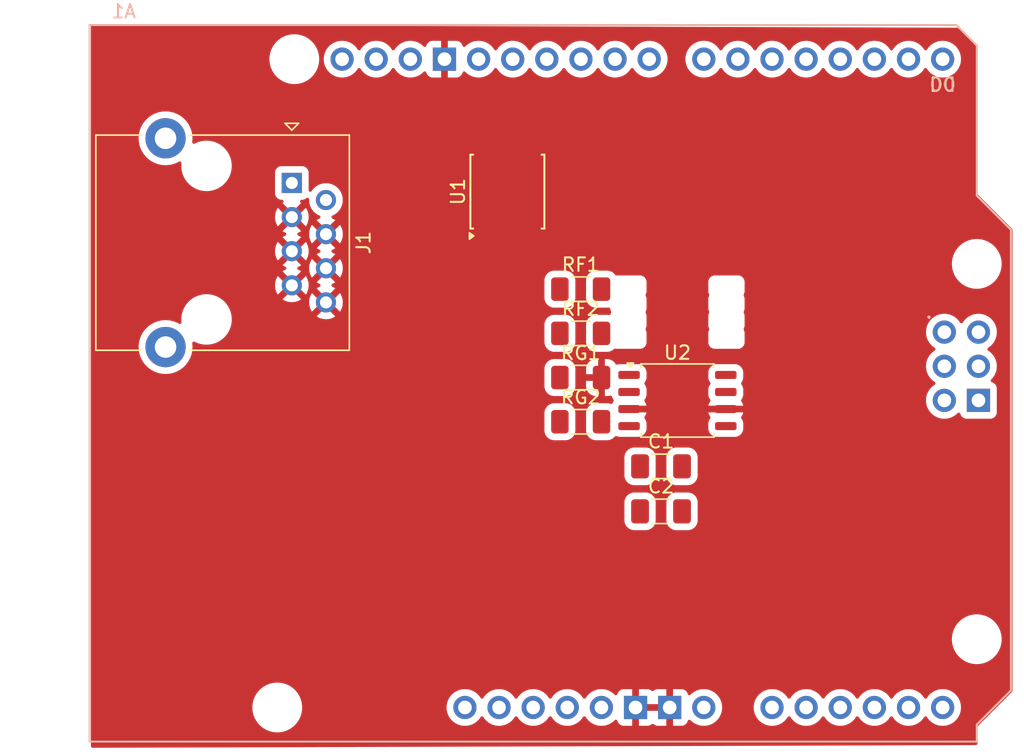
<source format=kicad_pcb>
(kicad_pcb (version 20240108) (generator "pcbnew") (generator_version "8.0")
  (layers (0 "F.Cu" signal) (31 "B.Cu" signal) (34 "B.Paste" user) (35 "F.Paste" user) (36 "B.SilkS" user "B.Silkscreen") (37 "F.SilkS" user "F.Silkscreen") (38 "B.Mask" user) (39 "F.Mask" user) (44 "Edge.Cuts" user))
  (net 0 "")
  (net 9 "TX_Arduino")
  (net 22 "RX_Arduino")
  (net 23 "VCC")
  (net 35 "D+")
  (net 36 "GND")
  (net 37 "D-")
  (net 38 "Net-(U2-CAP+)")
  (net 39 "Net-(U2-CAP-)")
  (net 40 "VDD")
  (net 41 "Net-(U2-VOUT)")
  (net 42 "Net-(U1-VIN-)")
  (net 43 "Net-(U1-VIN+)")
  (footprint "Package_SO:SOIC-8_5.23x5.23mm_P1.27mm" (layer "F.Cu") (at 187.6575 78.95)
    (property "Reference" "U2" (at 0 -3.56 0) (layer "F.SilkS"))
    (property "Value" "ICL7660")
    (fp_line (start -2.725 -2.725) (end -2.725 -2.465) (stroke (width 0.12)) (layer "F.SilkS"))
    (fp_line (start -2.725 2.725) (end -2.725 2.465) (stroke (width 0.12)) (layer "F.SilkS"))
    (fp_line (start 0 -2.725) (end -2.725 -2.725) (stroke (width 0.12)) (layer "F.SilkS"))
    (fp_line (start 0 -2.725) (end 2.725 -2.725) (stroke (width 0.12)) (layer "F.SilkS"))
    (fp_line (start 0 2.725) (end -2.725 2.725) (stroke (width 0.12)) (layer "F.SilkS"))
    (fp_line (start 0 2.725) (end 2.725 2.725) (stroke (width 0.12)) (layer "F.SilkS"))
    (fp_line (start 2.725 -2.725) (end 2.725 -2.465) (stroke (width 0.12)) (layer "F.SilkS"))
    (fp_line (start 2.725 2.725) (end 2.725 2.465) (stroke (width 0.12)) (layer "F.SilkS"))
    (fp_poly (pts (xy -3.5075 -2.465) (xy -3.7475 -2.795) (xy -3.2675 -2.795) (xy -3.5075 -2.465)) (stroke (width 0.12)) (fill solid) (layer "F.SilkS"))
    (pad "1" smd roundrect (at -3.6 -1.905) (size 1.6 0.6) (layers "F.Cu" "F.Paste" "F.Mask"))
    (pad "2" smd roundrect (at -3.6 -0.635) (size 1.6 0.6) (layers "F.Cu" "F.Paste" "F.Mask") (net 38 "Net-(U2-CAP+)"))
    (pad "3" smd roundrect (at -3.6 0.635) (size 1.6 0.6) (layers "F.Cu" "F.Paste" "F.Mask") (net 36 "GND"))
    (pad "4" smd roundrect (at -3.6 1.905) (size 1.6 0.6) (layers "F.Cu" "F.Paste" "F.Mask") (net 39 "Net-(U2-CAP-)"))
    (pad "5" smd roundrect (at 3.6 1.905) (size 1.6 0.6) (layers "F.Cu" "F.Paste" "F.Mask") (net 41 "Net-(U2-VOUT)"))
    (pad "6" smd roundrect (at 3.6 0.635) (size 1.6 0.6) (layers "F.Cu" "F.Paste" "F.Mask") (net 36 "GND"))
    (pad "7" smd roundrect (at 3.6 -0.635) (size 1.6 0.6) (layers "F.Cu" "F.Paste" "F.Mask"))
    (pad "8" smd roundrect (at 3.6 -1.905) (size 1.6 0.6) (layers "F.Cu" "F.Paste" "F.Mask") (net 23 "VCC"))
  )
  (footprint "PCM_arduino-library:Arduino_Uno_R3_Shield" (layer "F.Cu") (at 143.9 104.34)
    (property "Reference" "A1" (at 2.54 -54.356 0) (layer "B.SilkS") (effects (justify mirror)))
    (property "Value" "Arduino_Uno_R3_Shield")
    (fp_line (start 0 -53.34) (end 0 0) (stroke (width 0.15)) (layer "B.SilkS"))
    (fp_line (start 0 -53.34) (end 64.516 -53.34) (stroke (width 0.15)) (layer "B.SilkS"))
    (fp_line (start 0 0) (end 66.04 0) (stroke (width 0.15)) (layer "B.SilkS"))
    (fp_line (start 64.516 -53.34) (end 66.04 -51.816) (stroke (width 0.15)) (layer "B.SilkS"))
    (fp_line (start 66.04 -40.64) (end 66.04 -51.816) (stroke (width 0.15)) (layer "B.SilkS"))
    (fp_line (start 66.04 -1.27) (end 68.58 -3.81) (stroke (width 0.15)) (layer "B.SilkS"))
    (fp_line (start 66.04 0) (end 66.04 -1.27) (stroke (width 0.15)) (layer "B.SilkS"))
    (fp_line (start 68.58 -38.1) (end 66.04 -40.64) (stroke (width 0.15)) (layer "B.SilkS"))
    (fp_line (start 68.58 -3.81) (end 68.58 -38.1) (stroke (width 0.15)) (layer "B.SilkS"))
    (fp_text user "D0" (at 63.5 -48.895 0) (layer "B.SilkS") (effects (justify mirror)))
    (fp_text user "." (at 62.484 -32.004 0) (layer "B.SilkS"))
    (fp_text user "." (at 62.484 -32.004 0) (layer "F.SilkS"))
    (fp_text user "D0" (at 63.5 -48.895 0) (layer "F.SilkS"))
    (pad "" np_thru_hole circle (at 13.97 -2.54) (size 3.2 3.2) (drill 3.2) (layers "*.Cu" "*.Mask"))
    (pad "" np_thru_hole circle (at 15.24 -50.8) (size 3.2 3.2) (drill 3.2) (layers "*.Cu" "*.Mask"))
    (pad "" thru_hole oval (at 27.94 -2.54) (size 1.7272 1.7272) (drill 1.016) (layers "*.Cu" "*.Mask"))
    (pad "" np_thru_hole circle (at 66.04 -35.56) (size 3.2 3.2) (drill 3.2) (layers "*.Cu" "*.Mask"))
    (pad "" np_thru_hole circle (at 66.04 -7.62) (size 3.2 3.2) (drill 3.2) (layers "*.Cu" "*.Mask"))
    (pad "3V3" thru_hole oval (at 35.56 -2.54) (size 1.7272 1.7272) (drill 1.016) (layers "*.Cu" "*.Mask"))
    (pad "5V1" thru_hole oval (at 38.1 -2.54) (size 1.7272 1.7272) (drill 1.016) (layers "*.Cu" "*.Mask") (net 23 "VCC"))
    (pad "5V2" thru_hole oval (at 66.167 -30.48) (size 1.7272 1.7272) (drill 1.016) (layers "*.Cu" "*.Mask"))
    (pad "A0" thru_hole oval (at 50.8 -2.54) (size 1.7272 1.7272) (drill 1.016) (layers "*.Cu" "*.Mask"))
    (pad "A1" thru_hole oval (at 53.34 -2.54) (size 1.7272 1.7272) (drill 1.016) (layers "*.Cu" "*.Mask"))
    (pad "A2" thru_hole oval (at 55.88 -2.54) (size 1.7272 1.7272) (drill 1.016) (layers "*.Cu" "*.Mask"))
    (pad "A3" thru_hole oval (at 58.42 -2.54) (size 1.7272 1.7272) (drill 1.016) (layers "*.Cu" "*.Mask"))
    (pad "A4" thru_hole oval (at 60.96 -2.54) (size 1.7272 1.7272) (drill 1.016) (layers "*.Cu" "*.Mask"))
    (pad "A5" thru_hole oval (at 63.5 -2.54) (size 1.7272 1.7272) (drill 1.016) (layers "*.Cu" "*.Mask"))
    (pad "AREF" thru_hole oval (at 23.876 -50.8) (size 1.7272 1.7272) (drill 1.016) (layers "*.Cu" "*.Mask"))
    (pad "D0" thru_hole oval (at 63.5 -50.8) (size 1.7272 1.7272) (drill 1.016) (layers "*.Cu" "*.Mask"))
    (pad "D1" thru_hole oval (at 60.96 -50.8) (size 1.7272 1.7272) (drill 1.016) (layers "*.Cu" "*.Mask"))
    (pad "D2" thru_hole oval (at 58.42 -50.8) (size 1.7272 1.7272) (drill 1.016) (layers "*.Cu" "*.Mask"))
    (pad "D3" thru_hole oval (at 55.88 -50.8) (size 1.7272 1.7272) (drill 1.016) (layers "*.Cu" "*.Mask"))
    (pad "D4" thru_hole oval (at 53.34 -50.8) (size 1.7272 1.7272) (drill 1.016) (layers "*.Cu" "*.Mask"))
    (pad "D5" thru_hole oval (at 50.8 -50.8) (size 1.7272 1.7272) (drill 1.016) (layers "*.Cu" "*.Mask"))
    (pad "D6" thru_hole oval (at 48.26 -50.8) (size 1.7272 1.7272) (drill 1.016) (layers "*.Cu" "*.Mask"))
    (pad "D7" thru_hole oval (at 45.72 -50.8) (size 1.7272 1.7272) (drill 1.016) (layers "*.Cu" "*.Mask") (net 22 "RX_Arduino"))
    (pad "D8" thru_hole oval (at 41.656 -50.8) (size 1.7272 1.7272) (drill 1.016) (layers "*.Cu" "*.Mask") (net 9 "TX_Arduino"))
    (pad "D9" thru_hole oval (at 39.116 -50.8) (size 1.7272 1.7272) (drill 1.016) (layers "*.Cu" "*.Mask"))
    (pad "D10" thru_hole oval (at 36.576 -50.8) (size 1.7272 1.7272) (drill 1.016) (layers "*.Cu" "*.Mask"))
    (pad "D11" thru_hole oval (at 34.036 -50.8) (size 1.7272 1.7272) (drill 1.016) (layers "*.Cu" "*.Mask"))
    (pad "D12" thru_hole oval (at 31.496 -50.8) (size 1.7272 1.7272) (drill 1.016) (layers "*.Cu" "*.Mask"))
    (pad "D13" thru_hole oval (at 28.956 -50.8) (size 1.7272 1.7272) (drill 1.016) (layers "*.Cu" "*.Mask"))
    (pad "GND1" thru_hole rect (at 26.416 -50.8) (size 1.7272 1.7272) (drill 1.016) (layers "*.Cu" "*.Mask") (net 36 "GND"))
    (pad "GND2" thru_hole rect (at 40.64 -2.54) (size 1.7272 1.7272) (drill 1.016) (layers "*.Cu" "*.Mask") (net 36 "GND"))
    (pad "GND3" thru_hole rect (at 43.18 -2.54) (size 1.7272 1.7272) (drill 1.016) (layers "*.Cu" "*.Mask") (net 36 "GND"))
    (pad "GND4" thru_hole rect (at 66.167 -25.4) (size 1.7272 1.7272) (drill 1.016) (layers "*.Cu" "*.Mask"))
    (pad "IORF" thru_hole oval (at 30.48 -2.54) (size 1.7272 1.7272) (drill 1.016) (layers "*.Cu" "*.Mask"))
    (pad "MISO" thru_hole oval (at 63.627 -30.48) (size 1.7272 1.7272) (drill 1.016) (layers "*.Cu" "*.Mask"))
    (pad "MOSI" thru_hole oval (at 66.167 -27.94) (size 1.7272 1.7272) (drill 1.016) (layers "*.Cu" "*.Mask"))
    (pad "RST1" thru_hole oval (at 33.02 -2.54) (size 1.7272 1.7272) (drill 1.016) (layers "*.Cu" "*.Mask"))
    (pad "RST2" thru_hole oval (at 63.627 -25.4) (size 1.7272 1.7272) (drill 1.016) (layers "*.Cu" "*.Mask"))
    (pad "SCK" thru_hole oval (at 63.627 -27.94) (size 1.7272 1.7272) (drill 1.016) (layers "*.Cu" "*.Mask"))
    (pad "SCL" thru_hole oval (at 18.796 -50.8) (size 1.7272 1.7272) (drill 1.016) (layers "*.Cu" "*.Mask"))
    (pad "SDA" thru_hole oval (at 21.336 -50.8) (size 1.7272 1.7272) (drill 1.016) (layers "*.Cu" "*.Mask"))
    (pad "VIN" thru_hole oval (at 45.72 -2.54) (size 1.7272 1.7272) (drill 1.016) (layers "*.Cu" "*.Mask"))
  )
  (footprint "Resistor_SMD:R_1206_3216Metric_Pad1.30x1.75mm_HandSolder" (layer "F.Cu") (at 180.4575 77.24)
    (property "Reference" "RG1" (at 0 -1.82 0) (layer "F.SilkS"))
    (property "Value" "R")
    (fp_line (start -0.727064 -0.91) (end 0.727064 -0.91) (stroke (width 0.12)) (layer "F.SilkS"))
    (fp_line (start -0.727064 0.91) (end 0.727064 0.91) (stroke (width 0.12)) (layer "F.SilkS"))
    (pad "1" smd roundrect (at -1.55 0) (size 1.3 1.75) (layers "F.Cu" "F.Paste" "F.Mask") (roundrect_rratio 0.192308) (net 42 "Net-(U1-VIN-)"))
    (pad "2" smd roundrect (at 1.55 0) (size 1.3 1.75) (layers "F.Cu" "F.Paste" "F.Mask") (roundrect_rratio 0.192308) (net 36 "GND"))
  )
  (footprint "Resistor_SMD:R_1206_3216Metric_Pad1.30x1.75mm_HandSolder" (layer "F.Cu") (at 180.4575 73.95)
    (property "Reference" "RF2" (at 0 -1.82 0) (layer "F.SilkS"))
    (property "Value" "R")
    (fp_line (start -0.727064 -0.91) (end 0.727064 -0.91) (stroke (width 0.12)) (layer "F.SilkS"))
    (fp_line (start -0.727064 0.91) (end 0.727064 0.91) (stroke (width 0.12)) (layer "F.SilkS"))
    (pad "1" smd roundrect (at -1.55 0) (size 1.3 1.75) (layers "F.Cu" "F.Paste" "F.Mask") (roundrect_rratio 0.192308) (net 43 "Net-(U1-VIN+)"))
    (pad "2" smd roundrect (at 1.55 0) (size 1.3 1.75) (layers "F.Cu" "F.Paste" "F.Mask") (roundrect_rratio 0.192308) (net 37 "D-"))
  )
  (footprint "Connector_RJ:RJ45_Ninigi_GE" (layer "F.Cu") (at 158.955 62.755 -90)
    (property "Reference" "J1" (at 4.445 -5.34 90) (layer "F.SilkS"))
    (property "Value" "RJ45")
    (fp_line (start 12.455 14.59) (end -3.565 14.59) (stroke (width 0.12)) (layer "F.SilkS"))
    (fp_line (start -3.565 11.15) (end -3.565 14.59) (stroke (width 0.12)) (layer "F.SilkS"))
    (fp_line (start 12.455 11.15) (end 12.455 14.59) (stroke (width 0.12)) (layer "F.SilkS"))
    (fp_line (start -4.441 0.508) (end -3.933 0) (stroke (width 0.12)) (layer "F.SilkS"))
    (fp_line (start -3.933 0) (end -4.441 -0.508) (stroke (width 0.12)) (layer "F.SilkS"))
    (fp_line (start -4.441 -0.508) (end -4.441 0.508) (stroke (width 0.12)) (layer "F.SilkS"))
    (fp_line (start -3.565 -4.28) (end -3.565 7.65) (stroke (width 0.12)) (layer "F.SilkS"))
    (fp_line (start 12.455 -4.28) (end 12.455 7.65) (stroke (width 0.12)) (layer "F.SilkS"))
    (fp_line (start 12.455 -4.28) (end -3.565 -4.28) (stroke (width 0.12)) (layer "F.SilkS"))
    (pad "" np_thru_hole circle (at -1.27 6.35 270) (size 3.25 3.25) (drill 3.25) (layers "*.Cu" "*.Mask"))
    (pad "" np_thru_hole circle (at 10.16 6.35 90) (size 3.25 3.25) (drill 3.25) (layers "*.Cu" "*.Mask"))
    (pad "1" thru_hole rect (at 0 0 90) (size 1.5 1.5) (drill 0.9) (layers "*.Cu" "*.Mask") (net 35 "D+"))
    (pad "2" thru_hole circle (at 1.27 -2.54 90) (size 1.5 1.5) (drill 0.9) (layers "*.Cu" "*.Mask") (net 37 "D-"))
    (pad "3" thru_hole circle (at 2.54 0 90) (size 1.5 1.5) (drill 0.9) (layers "*.Cu" "*.Mask") (net 36 "GND"))
    (pad "4" thru_hole circle (at 3.81 -2.54 90) (size 1.5 1.5) (drill 0.9) (layers "*.Cu" "*.Mask") (net 36 "GND"))
    (pad "5" thru_hole circle (at 5.08 0 90) (size 1.5 1.5) (drill 0.9) (layers "*.Cu" "*.Mask") (net 36 "GND"))
    (pad "6" thru_hole circle (at 6.35 -2.54 90) (size 1.5 1.5) (drill 0.9) (layers "*.Cu" "*.Mask") (net 36 "GND"))
    (pad "7" thru_hole circle (at 7.62 0 90) (size 1.5 1.5) (drill 0.9) (layers "*.Cu" "*.Mask") (net 36 "GND"))
    (pad "8" thru_hole circle (at 8.89 -2.54 90) (size 1.5 1.5) (drill 0.9) (layers "*.Cu" "*.Mask") (net 36 "GND"))
    (pad "SH" thru_hole circle (at -3.325 9.4 270) (size 3 3) (drill 1.6) (layers "*.Cu" "*.Mask"))
    (pad "SH" thru_hole circle (at 12.215 9.4 90) (size 3 3) (drill 1.6) (layers "*.Cu" "*.Mask"))
  )
  (footprint "Package_SO:SOIC-8W_5.3x5.3mm_P1.27mm" (layer "F.Cu") (at 175 63.4 90)
    (property "Reference" "U1" (at 0 -3.68 90) (layer "F.SilkS"))
    (property "Value" "THS4531ID")
    (fp_line (start 2.75 -2.755) (end 2.75 -2.55) (stroke (width 0.15)) (layer "F.SilkS"))
    (fp_line (start -2.75 -2.755) (end 2.75 -2.755) (stroke (width 0.15)) (layer "F.SilkS"))
    (fp_line (start -2.75 -2.755) (end -2.75 -2.55) (stroke (width 0.15)) (layer "F.SilkS"))
    (fp_line (start 2.75 2.755) (end 2.75 2.55) (stroke (width 0.15)) (layer "F.SilkS"))
    (fp_line (start -2.75 2.755) (end -2.75 2.55) (stroke (width 0.15)) (layer "F.SilkS"))
    (fp_line (start -2.75 2.755) (end 2.75 2.755) (stroke (width 0.15)) (layer "F.SilkS"))
    (fp_poly (pts (xy -3.3 -2.5) (xy -3.54 -2.83) (xy -3.06 -2.83) (xy -3.3 -2.5)) (stroke (width 0.12)) (fill solid) (layer "F.SilkS"))
    (pad "1" smd rect (at -3.65 -1.905 90) (size 1.7 0.65) (layers "F.Cu" "F.Paste" "F.Mask") (net 42 "Net-(U1-VIN-)"))
    (pad "2" smd rect (at -3.65 -0.635 90) (size 1.7 0.65) (layers "F.Cu" "F.Paste" "F.Mask"))
    (pad "3" smd rect (at -3.65 0.635 90) (size 1.7 0.65) (layers "F.Cu" "F.Paste" "F.Mask") (net 23 "VCC"))
    (pad "4" smd rect (at -3.65 1.905 90) (size 1.7 0.65) (layers "F.Cu" "F.Paste" "F.Mask") (net 35 "D+"))
    (pad "5" smd rect (at 3.65 1.905 90) (size 1.7 0.65) (layers "F.Cu" "F.Paste" "F.Mask") (net 37 "D-"))
    (pad "6" smd rect (at 3.65 0.635 90) (size 1.7 0.65) (layers "F.Cu" "F.Paste" "F.Mask") (net 40 "VDD"))
    (pad "7" smd rect (at 3.65 -0.635 90) (size 1.7 0.65) (layers "F.Cu" "F.Paste" "F.Mask") (net 23 "VCC"))
    (pad "8" smd rect (at 3.65 -1.905 90) (size 1.7 0.65) (layers "F.Cu" "F.Paste" "F.Mask") (net 43 "Net-(U1-VIN+)"))
  )
  (footprint "Capacitor_SMD:C_1206_3216Metric_Pad1.33x1.80mm_HandSolder" (layer "F.Cu") (at 186.4375 87.2)
    (property "Reference" "C2" (at 0 -1.85 0) (layer "F.SilkS"))
    (property "Value" "10uF")
    (fp_line (start -0.711252 -0.91) (end 0.711252 -0.91) (stroke (width 0.12)) (layer "F.SilkS"))
    (fp_line (start -0.711252 0.91) (end 0.711252 0.91) (stroke (width 0.12)) (layer "F.SilkS"))
    (pad "1" smd roundrect (at -1.5625 0) (size 1.325 1.8) (layers "F.Cu" "F.Paste" "F.Mask") (roundrect_rratio 0.188679) (net 41 "Net-(U2-VOUT)"))
    (pad "2" smd roundrect (at 1.5625 0) (size 1.325 1.8) (layers "F.Cu" "F.Paste" "F.Mask") (roundrect_rratio 0.188679) (net 40 "VDD"))
  )
  (footprint "Capacitor_SMD:C_1206_3216Metric_Pad1.33x1.80mm_HandSolder" (layer "F.Cu") (at 186.4375 83.85)
    (property "Reference" "C1" (at 0 -1.85 0) (layer "F.SilkS"))
    (property "Value" "10uF")
    (fp_line (start -0.711252 -0.91) (end 0.711252 -0.91) (stroke (width 0.12)) (layer "F.SilkS"))
    (fp_line (start -0.711252 0.91) (end 0.711252 0.91) (stroke (width 0.12)) (layer "F.SilkS"))
    (pad "1" smd roundrect (at -1.5625 0) (size 1.325 1.8) (layers "F.Cu" "F.Paste" "F.Mask") (roundrect_rratio 0.188679) (net 38 "Net-(U2-CAP+)"))
    (pad "2" smd roundrect (at 1.5625 0) (size 1.325 1.8) (layers "F.Cu" "F.Paste" "F.Mask") (roundrect_rratio 0.188679) (net 39 "Net-(U2-CAP-)"))
  )
  (footprint "Resistor_SMD:R_1206_3216Metric_Pad1.30x1.75mm_HandSolder" (layer "F.Cu") (at 180.4575 80.53)
    (property "Reference" "RG2" (at 0 -1.82 0) (layer "F.SilkS"))
    (property "Value" "R")
    (fp_line (start -0.727064 -0.91) (end 0.727064 -0.91) (stroke (width 0.12)) (layer "F.SilkS"))
    (fp_line (start -0.727064 0.91) (end 0.727064 0.91) (stroke (width 0.12)) (layer "F.SilkS"))
    (pad "1" smd roundrect (at -1.55 0) (size 1.3 1.75) (layers "F.Cu" "F.Paste" "F.Mask") (roundrect_rratio 0.192308) (net 43 "Net-(U1-VIN+)"))
    (pad "2" smd roundrect (at 1.55 0) (size 1.3 1.75) (layers "F.Cu" "F.Paste" "F.Mask") (roundrect_rratio 0.192308) (net 9 "TX_Arduino"))
  )
  (footprint "Resistor_SMD:R_1206_3216Metric_Pad1.30x1.75mm_HandSolder" (layer "F.Cu") (at 180.4575 70.66)
    (property "Reference" "RF1" (at 0 -1.82 0) (layer "F.SilkS"))
    (property "Value" "R")
    (fp_line (start -0.727064 -0.91) (end 0.727064 -0.91) (stroke (width 0.12)) (layer "F.SilkS"))
    (fp_line (start -0.727064 0.91) (end 0.727064 0.91) (stroke (width 0.12)) (layer "F.SilkS"))
    (pad "1" smd roundrect (at -1.55 0) (size 1.3 1.75) (layers "F.Cu" "F.Paste" "F.Mask") (roundrect_rratio 0.192308) (net 42 "Net-(U1-VIN-)"))
    (pad "2" smd roundrect (at 1.55 0) (size 1.3 1.75) (layers "F.Cu" "F.Paste" "F.Mask") (roundrect_rratio 0.192308) (net 35 "D+"))
  )
  (zone (net 36) (net_name "GND") (layer "F.Cu") (connect_pads (clearance 0.5)) (min_thickness 0.25) (fill yes (thermal_gap 0.5) (thermal_bridge_width 0.5))
    (polygon (pts (xy 144 51) (xy 144 104.8) (xy 210 104.6) (xy 210 103.2) (xy 212.6 100.6) (xy 212.6 66.2) (xy 210 63.6) (xy 210 52.6) (xy 208.6 51.2)))
  )
)
</source>
